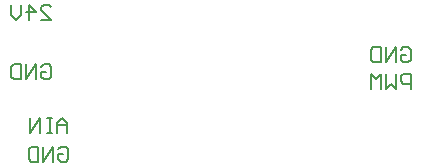
<source format=gbr>
G04*
G04 #@! TF.GenerationSoftware,Altium Limited,Altium Designer,25.8.1 (18)*
G04*
G04 Layer_Color=32896*
%FSLAX25Y25*%
%MOIN*%
G70*
G04*
G04 #@! TF.SameCoordinates,A2030EB1-7BB1-480F-B386-6677E5CB5BAE*
G04*
G04*
G04 #@! TF.FilePolarity,Positive*
G04*
G01*
G75*
%ADD12C,0.00800*%
D12*
X323123Y408832D02*
X326455D01*
X323123Y412164D01*
Y412997D01*
X323956Y413830D01*
X325622D01*
X326455Y412997D01*
X318957Y408832D02*
Y413830D01*
X321457Y411331D01*
X318125D01*
X316458Y413830D02*
Y410498D01*
X314792Y408832D01*
X313126Y410498D01*
Y413830D01*
X323123Y393237D02*
X323956Y394070D01*
X325622D01*
X326455Y393237D01*
Y389905D01*
X325622Y389072D01*
X323956D01*
X323123Y389905D01*
Y391571D01*
X324789D01*
X321457Y389072D02*
Y394070D01*
X318125Y389072D01*
Y394070D01*
X316458D02*
Y389072D01*
X313959D01*
X313126Y389905D01*
Y393237D01*
X313959Y394070D01*
X316458D01*
X331852Y371238D02*
Y374570D01*
X330186Y376237D01*
X328520Y374570D01*
Y371238D01*
Y373737D01*
X331852D01*
X326854Y376237D02*
X325188D01*
X326021D01*
Y371238D01*
X326854D01*
X325188D01*
X322689D02*
Y376237D01*
X319356Y371238D01*
Y376237D01*
X328872Y365717D02*
X329705Y366550D01*
X331371D01*
X332204Y365717D01*
Y362385D01*
X331371Y361551D01*
X329705D01*
X328872Y362385D01*
Y364051D01*
X330538D01*
X327206Y361551D02*
Y366550D01*
X323873Y361551D01*
Y366550D01*
X322207D02*
Y361551D01*
X319708D01*
X318875Y362385D01*
Y365717D01*
X319708Y366550D01*
X322207D01*
X446304Y385896D02*
Y390895D01*
X443805D01*
X442972Y390061D01*
Y388395D01*
X443805Y387562D01*
X446304D01*
X441306Y390895D02*
Y385896D01*
X439640Y387562D01*
X437974Y385896D01*
Y390895D01*
X436308Y385896D02*
Y390895D01*
X434642Y389228D01*
X432975Y390895D01*
Y385896D01*
X442972Y398904D02*
X443805Y399737D01*
X445471D01*
X446304Y398904D01*
Y395572D01*
X445471Y394739D01*
X443805D01*
X442972Y395572D01*
Y397238D01*
X444638D01*
X441306Y394739D02*
Y399737D01*
X437974Y394739D01*
Y399737D01*
X436308D02*
Y394739D01*
X433808D01*
X432975Y395572D01*
Y398904D01*
X433808Y399737D01*
X436308D01*
M02*

</source>
